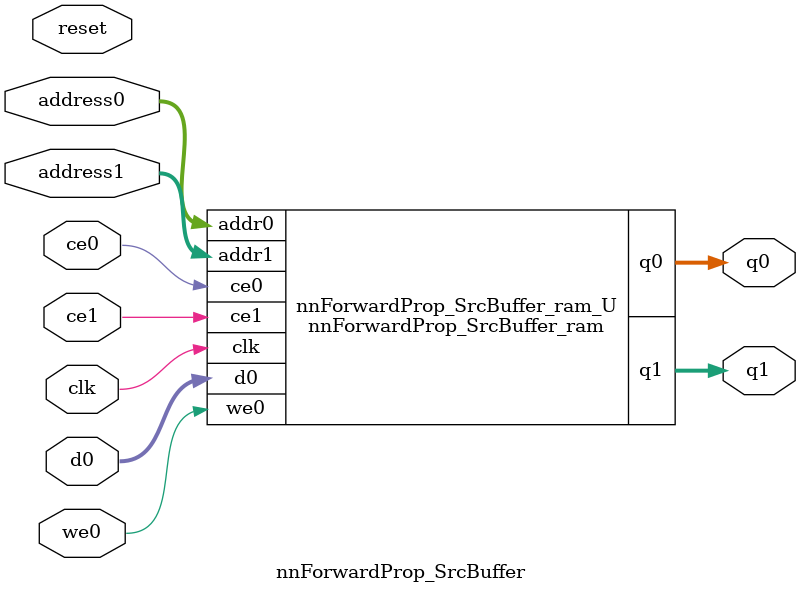
<source format=v>
`timescale 1 ns / 1 ps
module nnForwardProp_SrcBuffer_ram (addr0, ce0, d0, we0, q0, addr1, ce1, q1,  clk);

parameter DWIDTH = 32;
parameter AWIDTH = 4;
parameter MEM_SIZE = 10;

input[AWIDTH-1:0] addr0;
input ce0;
input[DWIDTH-1:0] d0;
input we0;
output reg[DWIDTH-1:0] q0;
input[AWIDTH-1:0] addr1;
input ce1;
output reg[DWIDTH-1:0] q1;
input clk;

(* ram_style = "distributed" *)reg [DWIDTH-1:0] ram[0:MEM_SIZE-1];




always @(posedge clk)  
begin 
    if (ce0) 
    begin
        if (we0) 
        begin 
            ram[addr0] <= d0; 
        end 
        q0 <= ram[addr0];
    end
end


always @(posedge clk)  
begin 
    if (ce1) 
    begin
        q1 <= ram[addr1];
    end
end


endmodule

`timescale 1 ns / 1 ps
module nnForwardProp_SrcBuffer(
    reset,
    clk,
    address0,
    ce0,
    we0,
    d0,
    q0,
    address1,
    ce1,
    q1);

parameter DataWidth = 32'd32;
parameter AddressRange = 32'd10;
parameter AddressWidth = 32'd4;
input reset;
input clk;
input[AddressWidth - 1:0] address0;
input ce0;
input we0;
input[DataWidth - 1:0] d0;
output[DataWidth - 1:0] q0;
input[AddressWidth - 1:0] address1;
input ce1;
output[DataWidth - 1:0] q1;



nnForwardProp_SrcBuffer_ram nnForwardProp_SrcBuffer_ram_U(
    .clk( clk ),
    .addr0( address0 ),
    .ce0( ce0 ),
    .we0( we0 ),
    .d0( d0 ),
    .q0( q0 ),
    .addr1( address1 ),
    .ce1( ce1 ),
    .q1( q1 ));

endmodule


</source>
